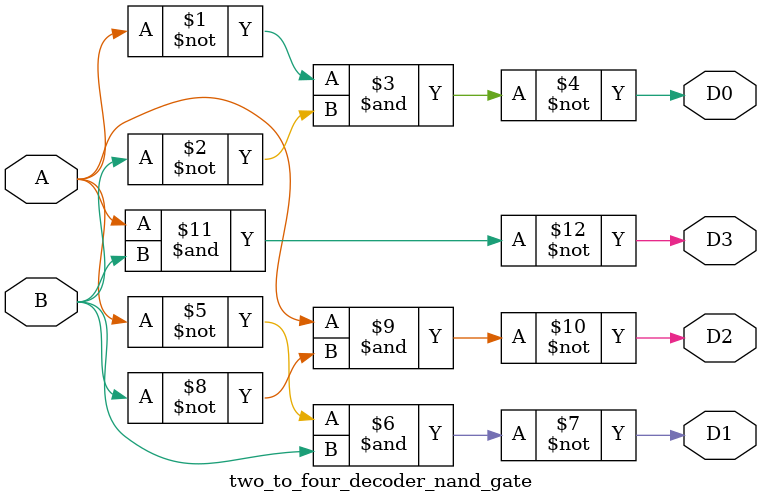
<source format=v>
module two_to_four_decoder_nand_gate(
input A,B,
output D0, D1, D2, D3
);
assign D0 = ~((~A)&(~B));
assign D1 = ~((~A)&B);
assign D2 = ~(A&(~B));
assign D3 = ~(A&B);
endmodule

</source>
